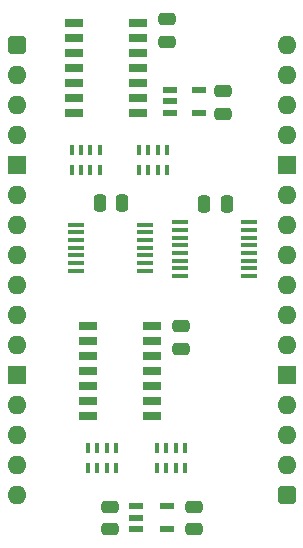
<source format=gts>
%TF.GenerationSoftware,KiCad,Pcbnew,9.0.4*%
%TF.CreationDate,2025-09-16T11:58:38+02:00*%
%TF.ProjectId,Main Memory Full Enable,4d61696e-204d-4656-9d6f-72792046756c,V0*%
%TF.SameCoordinates,Original*%
%TF.FileFunction,Soldermask,Top*%
%TF.FilePolarity,Negative*%
%FSLAX46Y46*%
G04 Gerber Fmt 4.6, Leading zero omitted, Abs format (unit mm)*
G04 Created by KiCad (PCBNEW 9.0.4) date 2025-09-16 11:58:38*
%MOMM*%
%LPD*%
G01*
G04 APERTURE LIST*
G04 Aperture macros list*
%AMRoundRect*
0 Rectangle with rounded corners*
0 $1 Rounding radius*
0 $2 $3 $4 $5 $6 $7 $8 $9 X,Y pos of 4 corners*
0 Add a 4 corners polygon primitive as box body*
4,1,4,$2,$3,$4,$5,$6,$7,$8,$9,$2,$3,0*
0 Add four circle primitives for the rounded corners*
1,1,$1+$1,$2,$3*
1,1,$1+$1,$4,$5*
1,1,$1+$1,$6,$7*
1,1,$1+$1,$8,$9*
0 Add four rect primitives between the rounded corners*
20,1,$1+$1,$2,$3,$4,$5,0*
20,1,$1+$1,$4,$5,$6,$7,0*
20,1,$1+$1,$6,$7,$8,$9,0*
20,1,$1+$1,$8,$9,$2,$3,0*%
G04 Aperture macros list end*
%ADD10RoundRect,0.250000X-0.475000X0.250000X-0.475000X-0.250000X0.475000X-0.250000X0.475000X0.250000X0*%
%ADD11RoundRect,0.250000X0.250000X0.475000X-0.250000X0.475000X-0.250000X-0.475000X0.250000X-0.475000X0*%
%ADD12R,0.450000X0.900000*%
%ADD13R,1.150000X0.600000*%
%ADD14R,1.550000X0.650000*%
%ADD15R,1.475000X0.450000*%
%ADD16RoundRect,0.400000X-0.400000X-0.400000X0.400000X-0.400000X0.400000X0.400000X-0.400000X0.400000X0*%
%ADD17O,1.600000X1.600000*%
%ADD18R,1.600000X1.600000*%
%ADD19R,1.250000X0.600000*%
G04 APERTURE END LIST*
D10*
%TO.C,C1*%
X13922000Y-23814000D03*
X13922000Y-25714000D03*
%TD*%
D11*
%TO.C,C4*%
X17780000Y-13462000D03*
X15880000Y-13462000D03*
%TD*%
D12*
%TO.C,RN1*%
X7042000Y-8900000D03*
X6242000Y-8900000D03*
X5442000Y-8900000D03*
X4642000Y-8900000D03*
X4642000Y-10600000D03*
X5442000Y-10600000D03*
X6242000Y-10600000D03*
X7042000Y-10600000D03*
%TD*%
%TO.C,RN2*%
X12757000Y-8900000D03*
X11957000Y-8900000D03*
X11157000Y-8900000D03*
X10357000Y-8900000D03*
X10357000Y-10600000D03*
X11157000Y-10600000D03*
X11957000Y-10600000D03*
X12757000Y-10600000D03*
%TD*%
D13*
%TO.C,IC1*%
X10130000Y-39055000D03*
X10130000Y-40005000D03*
X10130000Y-40955000D03*
X12730000Y-40955000D03*
X12730000Y-39055000D03*
%TD*%
D10*
%TO.C,C10*%
X7874000Y-39071000D03*
X7874000Y-40971000D03*
%TD*%
D14*
%TO.C,IC3*%
X4837000Y1905000D03*
X4837000Y635000D03*
X4837000Y-635000D03*
X4837000Y-1905000D03*
X4837000Y-3175000D03*
X4837000Y-4445000D03*
X4837000Y-5715000D03*
X10287000Y-5715000D03*
X10287000Y-4445000D03*
X10287000Y-3175000D03*
X10287000Y-1905000D03*
X10287000Y-635000D03*
X10287000Y635000D03*
X10287000Y1905000D03*
%TD*%
D12*
%TO.C,RN3*%
X8417000Y-34097000D03*
X7617000Y-34097000D03*
X6817000Y-34097000D03*
X6017000Y-34097000D03*
X6017000Y-35797000D03*
X6817000Y-35797000D03*
X7617000Y-35797000D03*
X8417000Y-35797000D03*
%TD*%
D15*
%TO.C,IC4*%
X5013000Y-15195000D03*
X5013000Y-15845000D03*
X5013000Y-16495000D03*
X5013000Y-17145000D03*
X5013000Y-17795000D03*
X5013000Y-18445000D03*
X5013000Y-19095000D03*
X10889000Y-19095000D03*
X10889000Y-18445000D03*
X10889000Y-17795000D03*
X10889000Y-17145000D03*
X10889000Y-16495000D03*
X10889000Y-15845000D03*
X10889000Y-15195000D03*
%TD*%
D10*
%TO.C,C2*%
X17506000Y-3892000D03*
X17506000Y-5792000D03*
%TD*%
D15*
%TO.C,IC5*%
X13826000Y-14997000D03*
X13826000Y-15647000D03*
X13826000Y-16297000D03*
X13826000Y-16947000D03*
X13826000Y-17597000D03*
X13826000Y-18247000D03*
X13826000Y-18897000D03*
X13826000Y-19547000D03*
X19702000Y-19547000D03*
X19702000Y-18897000D03*
X19702000Y-18247000D03*
X19702000Y-17597000D03*
X19702000Y-16947000D03*
X19702000Y-16297000D03*
X19702000Y-15647000D03*
X19702000Y-14997000D03*
%TD*%
D11*
%TO.C,C3*%
X8935000Y-13335000D03*
X7035000Y-13335000D03*
%TD*%
D10*
%TO.C,C6*%
X12724000Y2204000D03*
X12724000Y304000D03*
%TD*%
D16*
%TO.C,J2*%
X0Y0D03*
D17*
X0Y-2540000D03*
X0Y-5080000D03*
X0Y-7620000D03*
D18*
X0Y-10160000D03*
D17*
X0Y-12700000D03*
X0Y-15240000D03*
X0Y-17780000D03*
X0Y-20320000D03*
X0Y-22860000D03*
X0Y-25400000D03*
D18*
X0Y-27940000D03*
D17*
X0Y-30480000D03*
X0Y-33020000D03*
X0Y-35560000D03*
X0Y-38100000D03*
D16*
X22860000Y-38100000D03*
D17*
X22860000Y-35560000D03*
X22860000Y-33020000D03*
X22860000Y-30480000D03*
D18*
X22860000Y-27940000D03*
D17*
X22860000Y-25400000D03*
X22860000Y-22860000D03*
X22860000Y-20320000D03*
X22860000Y-17780000D03*
X22860000Y-15240000D03*
X22860000Y-12700000D03*
D18*
X22860000Y-10160000D03*
D17*
X22860000Y-7620000D03*
X22860000Y-5080000D03*
X22860000Y-2540000D03*
X22860000Y0D03*
%TD*%
D19*
%TO.C,IC6*%
X12974000Y-3815000D03*
X12974000Y-4765000D03*
X12974000Y-5715000D03*
X15474000Y-5715000D03*
X15474000Y-3815000D03*
%TD*%
D12*
%TO.C,RN4*%
X14259000Y-34097000D03*
X13459000Y-34097000D03*
X12659000Y-34097000D03*
X11859000Y-34097000D03*
X11859000Y-35797000D03*
X12659000Y-35797000D03*
X13459000Y-35797000D03*
X14259000Y-35797000D03*
%TD*%
D14*
%TO.C,IC7*%
X6038000Y-23749000D03*
X6038000Y-25019000D03*
X6038000Y-26289000D03*
X6038000Y-27559000D03*
X6038000Y-28829000D03*
X6038000Y-30099000D03*
X6038000Y-31369000D03*
X11488000Y-31369000D03*
X11488000Y-30099000D03*
X11488000Y-28829000D03*
X11488000Y-27559000D03*
X11488000Y-26289000D03*
X11488000Y-25019000D03*
X11488000Y-23749000D03*
%TD*%
D10*
%TO.C,C11*%
X14986000Y-39071000D03*
X14986000Y-40971000D03*
%TD*%
M02*

</source>
